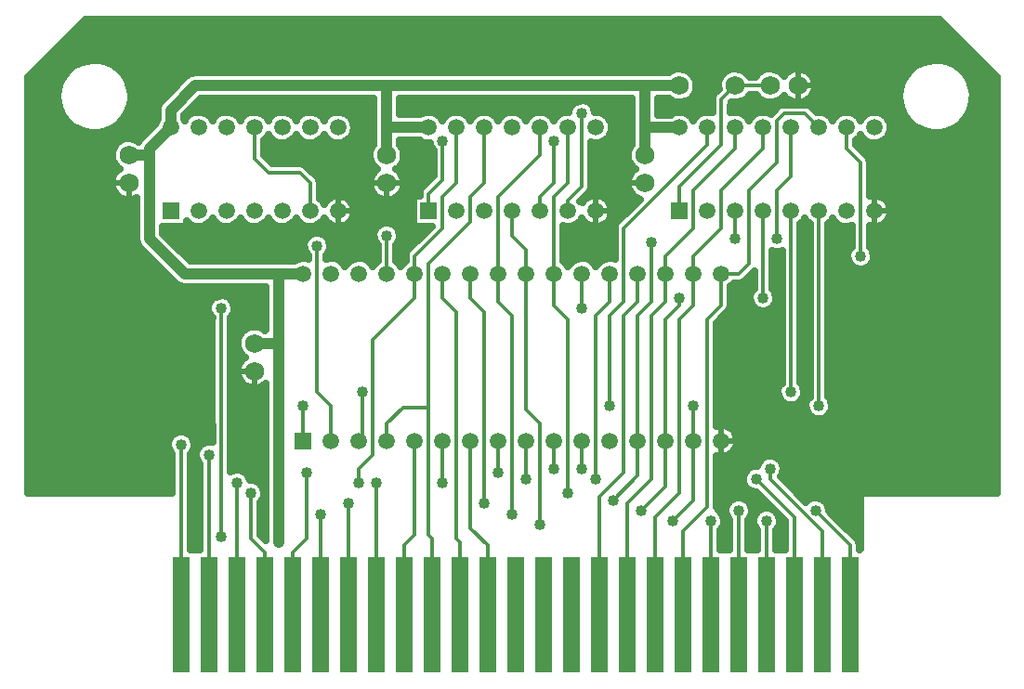
<source format=gbr>
G04 DipTrace 2.4.0.2*
%INTop.gbr*%
%MOIN*%
%ADD13C,0.012*%
%ADD14C,0.04*%
%ADD15C,0.025*%
%ADD16C,0.02*%
%ADD17C,0.068*%
%ADD18R,0.063X0.4134*%
%ADD19R,0.0591X0.0591*%
%ADD20C,0.0591*%
%FSLAX44Y44*%
G04*
G70*
G90*
G75*
G01*
%LNTop*%
%LPD*%
X9812Y12312D2*
D13*
Y6187D1*
X32812D2*
Y9187D1*
X30937Y11062D1*
Y11437D1*
X24187D2*
Y12437D1*
X23187D2*
Y11437D1*
X10812Y11937D2*
Y6187D1*
X22187Y12437D2*
Y11062D1*
X32562Y9937D2*
X33812Y8687D1*
Y6187D1*
X21187Y12437D2*
Y11312D1*
X14312D2*
Y8937D1*
X13812Y8437D1*
Y6187D1*
X20812D2*
Y8687D1*
X20187Y9312D1*
Y12437D1*
X19187D2*
Y10937D1*
X16812D2*
Y6187D1*
X17812D2*
Y8687D1*
X18187Y9062D1*
Y12437D1*
X19812Y6187D2*
Y8812D1*
X19687Y8937D1*
Y17062D1*
X19187Y17562D1*
Y18437D1*
X15812Y6187D2*
Y10187D1*
X20687D2*
Y17062D1*
X20187Y17562D1*
Y18437D1*
X12812Y6187D2*
Y8437D1*
X12312Y8937D1*
Y10562D1*
X23687D2*
Y16812D1*
X23187Y17312D1*
Y18437D1*
Y21187D1*
X23687Y21687D1*
Y23687D1*
X14812Y6187D2*
Y9812D1*
X21687D2*
Y16937D1*
X21187Y17437D1*
Y18437D1*
Y21187D1*
X22687Y22687D1*
Y23687D1*
X18812Y6187D2*
Y8937D1*
X18687Y9062D1*
Y13647D1*
Y18812D1*
X20187Y20312D1*
Y21187D1*
X20687Y21687D1*
Y23687D1*
X18687Y13647D2*
X17772D1*
X17187Y13062D1*
Y12437D1*
X11812Y6187D2*
Y10937D1*
X16187D2*
Y11437D1*
X16687Y11937D1*
Y16062D1*
X18187Y17562D1*
Y18437D1*
Y19062D1*
X19187Y20062D1*
Y21187D1*
X19687Y21687D1*
Y23687D1*
X17187Y19812D2*
Y18437D1*
X31687Y20687D2*
Y14187D1*
X16312D2*
Y12562D1*
X16187Y12437D1*
X14687Y19437D2*
Y14187D1*
X15187Y13687D1*
Y12437D1*
X34187Y19062D2*
Y22437D1*
X33687Y22937D1*
Y23687D1*
X31187Y19687D2*
Y21437D1*
X31687Y21937D1*
Y23687D1*
X28687D2*
Y23062D1*
X25687Y20062D1*
Y17437D1*
X25187Y16937D1*
Y13687D1*
X14187D2*
Y12437D1*
X26187D2*
Y11187D1*
X25312Y10312D1*
X30812Y9562D2*
Y6187D1*
X26187Y12437D2*
Y16937D1*
X26687Y17437D1*
Y19562D1*
X29687Y19687D2*
Y20687D1*
X27187Y12437D2*
Y10812D1*
X26312Y9937D1*
X29812D2*
Y6187D1*
X27187Y12437D2*
Y16812D1*
X27687Y17312D1*
Y17562D1*
X30687D2*
Y20687D1*
X28187Y12437D2*
Y13687D1*
X32687D2*
Y20687D1*
X28187Y12437D2*
Y10312D1*
X27437Y9562D1*
X28812D2*
Y6187D1*
X27812D2*
Y9187D1*
X28687Y10062D1*
Y16812D1*
X29187Y17312D1*
Y18437D1*
X29812D1*
X30187Y18812D1*
Y21437D1*
X31187Y22437D1*
Y23937D1*
X31437Y24187D1*
X32187D1*
X32687Y23687D1*
X26812Y6187D2*
Y9687D1*
X27687Y10562D1*
Y16812D1*
X28187Y17312D1*
Y18437D1*
Y19062D1*
X29187Y20062D1*
Y21437D1*
X30687Y22937D1*
Y23687D1*
X25812Y6187D2*
Y10187D1*
X26687Y11062D1*
Y16937D1*
X27187Y17437D1*
Y18437D1*
Y19062D1*
X28187Y20062D1*
Y21437D1*
X29687Y22937D1*
Y23687D1*
X24812Y6187D2*
Y10437D1*
X25687Y11312D1*
Y16937D1*
X26187Y17437D1*
Y18437D1*
X31812Y6187D2*
Y9687D1*
X30437Y11062D1*
X24687D2*
Y16937D1*
X25187Y17437D1*
Y18437D1*
X27687Y20687D2*
Y21562D1*
X29187Y23062D1*
Y24687D1*
X29687Y25187D1*
X30936D1*
X30937Y25188D1*
X13312Y8812D2*
D14*
Y15937D1*
X12438D1*
X13312D2*
Y18437D1*
X14187D1*
X13312D2*
X9937D1*
X8687Y19687D1*
Y22687D1*
X7937D1*
X8687D2*
Y22937D1*
X9437Y23687D1*
Y24312D1*
X10312Y25187D1*
X17187D1*
Y23692D1*
Y22687D1*
Y23692D2*
X18682D1*
X18687Y23687D1*
X17187Y25187D2*
X26437D1*
X27687D1*
X26437D2*
X26438Y23681D1*
Y22687D1*
Y23681D2*
X27681D1*
X27687Y23687D1*
X13312Y9562D2*
D13*
Y8812D1*
X14437Y20687D2*
Y21687D1*
X14062Y22062D1*
X12937D1*
X12437Y22562D1*
Y23687D1*
X18687Y20687D2*
Y21312D1*
X19187Y21812D1*
Y23187D1*
X23687Y20687D2*
Y21062D1*
X24187Y21562D1*
Y24187D1*
X23187Y23187D2*
Y21687D1*
X22687Y21187D1*
Y20687D1*
X11250Y9000D2*
Y17187D1*
X24187Y18437D2*
Y17187D1*
X22187Y18437D2*
Y19312D1*
X21687Y19812D1*
Y20687D1*
X22187Y18437D2*
Y13562D1*
X22687Y13062D1*
Y9437D1*
X21687Y20687D2*
D3*
D14*
X9812Y12312D3*
X30937Y11437D3*
X24187D3*
X23187D3*
X10812Y11937D3*
X22187Y11062D3*
X32562Y9937D3*
X21187Y11312D3*
X14312D3*
X19187Y10937D3*
X16812D3*
X15812Y10187D3*
X20687D3*
X12312Y10562D3*
X23687D3*
X14812Y9812D3*
X21687D3*
X11812Y10937D3*
X16187D3*
X17187Y19812D3*
X31687Y14187D3*
X16312D3*
X14687Y19437D3*
X34187Y19062D3*
X31187Y19687D3*
X25187Y13687D3*
X14187D3*
X25312Y10312D3*
X30812Y9562D3*
X26687Y19562D3*
X29687Y19687D3*
X26312Y9937D3*
X29812D3*
X27687Y17562D3*
X30687D3*
X28187Y13687D3*
X32687D3*
X27437Y9562D3*
X28812D3*
X30437Y11062D3*
X24687D3*
X13312Y8812D3*
D3*
X19187Y23187D3*
X24187Y24187D3*
X23187Y23187D3*
X11250Y9000D3*
Y17187D3*
X24187D3*
X11250D3*
X22687Y9437D3*
X15937Y26937D3*
X19937D3*
X11937D3*
X5937Y13937D3*
Y16937D3*
X8937Y13937D3*
Y16937D3*
X37812Y17437D3*
X35312D3*
X37812Y13187D3*
X35312D3*
X23937Y26937D3*
X27937D3*
X31937D3*
X13312Y9562D3*
X6140Y27313D2*
D15*
X37234D1*
X5890Y27065D2*
X37484D1*
X5644Y26816D2*
X37730D1*
X5394Y26567D2*
X37980D1*
X5144Y26319D2*
X38230D1*
X4898Y26070D2*
X6344D1*
X7042D2*
X36543D1*
X37237D2*
X38476D1*
X4648Y25821D2*
X5848D1*
X7538D2*
X36043D1*
X37733D2*
X38726D1*
X4398Y25573D2*
X5609D1*
X7776D2*
X10027D1*
X28179D2*
X29195D1*
X30179D2*
X30445D1*
X32429D2*
X35808D1*
X37972D2*
X38976D1*
X4337Y25324D2*
X5469D1*
X7917D2*
X9766D1*
X28300D2*
X29074D1*
X32550D2*
X35664D1*
X38112D2*
X39039D1*
X4337Y25075D2*
X5391D1*
X7995D2*
X9519D1*
X28308D2*
X29066D1*
X32558D2*
X35586D1*
X38194D2*
X39039D1*
X4337Y24826D2*
X5359D1*
X8026D2*
X9269D1*
X28198D2*
X28867D1*
X30198D2*
X30426D1*
X32448D2*
X35558D1*
X38222D2*
X39039D1*
X4337Y24578D2*
X5379D1*
X8007D2*
X9031D1*
X10386D2*
X16699D1*
X17675D2*
X23910D1*
X24464D2*
X25949D1*
X26929D2*
X28836D1*
X29562D2*
X35578D1*
X38202D2*
X39039D1*
X4337Y24329D2*
X5449D1*
X7937D2*
X8949D1*
X10136D2*
X16699D1*
X17675D2*
X23719D1*
X24655D2*
X25949D1*
X26929D2*
X28836D1*
X29538D2*
X31094D1*
X32530D2*
X35648D1*
X38132D2*
X39039D1*
X4337Y24080D2*
X5578D1*
X7808D2*
X8949D1*
X10862D2*
X11012D1*
X11862D2*
X12012D1*
X12862D2*
X13012D1*
X13862D2*
X14012D1*
X14862D2*
X15012D1*
X15862D2*
X16699D1*
X19112D2*
X19262D1*
X20112D2*
X20262D1*
X21112D2*
X21262D1*
X22112D2*
X22262D1*
X23112D2*
X23262D1*
X25112D2*
X25949D1*
X28112D2*
X28262D1*
X30112D2*
X30262D1*
X33112D2*
X33262D1*
X34112D2*
X34262D1*
X35112D2*
X35777D1*
X38003D2*
X39039D1*
X4337Y23832D2*
X5793D1*
X7593D2*
X8871D1*
X16003D2*
X16699D1*
X25253D2*
X25949D1*
X35253D2*
X35988D1*
X37788D2*
X39039D1*
X4337Y23583D2*
X6199D1*
X7187D2*
X8652D1*
X16011D2*
X16699D1*
X25261D2*
X25949D1*
X35261D2*
X36394D1*
X37386D2*
X39039D1*
X4337Y23334D2*
X8402D1*
X15898D2*
X16699D1*
X25148D2*
X25949D1*
X35148D2*
X39039D1*
X4337Y23086D2*
X7457D1*
X12788D2*
X16699D1*
X17675D2*
X18707D1*
X24538D2*
X25949D1*
X34038D2*
X39039D1*
X4337Y22837D2*
X7328D1*
X12788D2*
X16578D1*
X17796D2*
X18836D1*
X24538D2*
X25828D1*
X34273D2*
X39039D1*
X4337Y22588D2*
X7316D1*
X12894D2*
X16566D1*
X17808D2*
X18836D1*
X24538D2*
X25816D1*
X34499D2*
X39039D1*
X4337Y22340D2*
X7418D1*
X14257D2*
X16668D1*
X17706D2*
X18836D1*
X24538D2*
X25918D1*
X34538D2*
X39039D1*
X4337Y22091D2*
X7461D1*
X14519D2*
X16711D1*
X17663D2*
X18836D1*
X24538D2*
X25961D1*
X34538D2*
X39039D1*
X4337Y21842D2*
X7328D1*
X14749D2*
X16578D1*
X17796D2*
X18734D1*
X24538D2*
X25828D1*
X34538D2*
X39039D1*
X4337Y21594D2*
X7312D1*
X14788D2*
X16562D1*
X17808D2*
X18484D1*
X24538D2*
X25816D1*
X34538D2*
X39039D1*
X4337Y21345D2*
X7414D1*
X14788D2*
X16664D1*
X17710D2*
X18340D1*
X24452D2*
X25914D1*
X34538D2*
X39039D1*
X4337Y21096D2*
X7781D1*
X14843D2*
X15033D1*
X15843D2*
X17031D1*
X17339D2*
X18101D1*
X25093D2*
X26238D1*
X35093D2*
X39039D1*
X4337Y20847D2*
X8199D1*
X15999D2*
X18101D1*
X25249D2*
X25988D1*
X35249D2*
X39039D1*
X4337Y20599D2*
X8199D1*
X16015D2*
X18101D1*
X25265D2*
X25738D1*
X35265D2*
X39039D1*
X4337Y20350D2*
X8199D1*
X15909D2*
X18101D1*
X25159D2*
X25492D1*
X35159D2*
X39039D1*
X4337Y20101D2*
X8199D1*
X9175D2*
X16797D1*
X17577D2*
X18742D1*
X23538D2*
X25340D1*
X32038D2*
X32336D1*
X33038D2*
X33836D1*
X34538D2*
X39039D1*
X4337Y19853D2*
X8199D1*
X9202D2*
X14453D1*
X14921D2*
X16699D1*
X17675D2*
X18492D1*
X23538D2*
X25336D1*
X32038D2*
X32336D1*
X33038D2*
X33836D1*
X34538D2*
X39039D1*
X4337Y19604D2*
X8203D1*
X9452D2*
X14226D1*
X15148D2*
X16746D1*
X17628D2*
X18246D1*
X23538D2*
X25336D1*
X32038D2*
X32336D1*
X33038D2*
X33836D1*
X34538D2*
X39039D1*
X4337Y19355D2*
X8336D1*
X9702D2*
X14203D1*
X15171D2*
X16836D1*
X17538D2*
X17996D1*
X23538D2*
X25336D1*
X32038D2*
X32336D1*
X33038D2*
X33801D1*
X34573D2*
X39039D1*
X4337Y19107D2*
X8586D1*
X9948D2*
X14336D1*
X15038D2*
X16836D1*
X17538D2*
X17840D1*
X23538D2*
X25336D1*
X31038D2*
X31336D1*
X32038D2*
X32336D1*
X33038D2*
X33699D1*
X34675D2*
X39039D1*
X4337Y18858D2*
X8832D1*
X15581D2*
X15793D1*
X16581D2*
X16793D1*
X17581D2*
X17793D1*
X23581D2*
X23793D1*
X24581D2*
X24793D1*
X31038D2*
X31336D1*
X32038D2*
X32336D1*
X33038D2*
X33746D1*
X34628D2*
X39039D1*
X4337Y18609D2*
X9082D1*
X31038D2*
X31336D1*
X32038D2*
X32336D1*
X33038D2*
X34058D1*
X34319D2*
X39039D1*
X4337Y18361D2*
X9332D1*
X31038D2*
X31336D1*
X32038D2*
X32336D1*
X33038D2*
X39039D1*
X4337Y18112D2*
X9578D1*
X29667D2*
X30336D1*
X31038D2*
X31336D1*
X32038D2*
X32336D1*
X33038D2*
X39039D1*
X4337Y17863D2*
X12824D1*
X29538D2*
X30308D1*
X31066D2*
X31336D1*
X32038D2*
X32336D1*
X33038D2*
X39039D1*
X4337Y17615D2*
X11043D1*
X11456D2*
X12824D1*
X29538D2*
X30199D1*
X31175D2*
X31336D1*
X32038D2*
X32336D1*
X33038D2*
X39039D1*
X4337Y17366D2*
X10797D1*
X11702D2*
X12824D1*
X29538D2*
X30242D1*
X31132D2*
X31336D1*
X32038D2*
X32336D1*
X33038D2*
X39039D1*
X4337Y17117D2*
X10766D1*
X11733D2*
X12824D1*
X29472D2*
X30527D1*
X30847D2*
X31336D1*
X32038D2*
X32336D1*
X33038D2*
X39039D1*
X4337Y16868D2*
X10887D1*
X11612D2*
X12824D1*
X29230D2*
X31336D1*
X32038D2*
X32336D1*
X33038D2*
X39039D1*
X4337Y16620D2*
X10898D1*
X11601D2*
X12824D1*
X29038D2*
X31336D1*
X32038D2*
X32336D1*
X33038D2*
X39039D1*
X4337Y16371D2*
X10898D1*
X11601D2*
X11992D1*
X29038D2*
X31336D1*
X32038D2*
X32336D1*
X33038D2*
X39039D1*
X4337Y16122D2*
X10898D1*
X11601D2*
X11836D1*
X29038D2*
X31336D1*
X32038D2*
X32336D1*
X33038D2*
X39039D1*
X4337Y15874D2*
X10898D1*
X11601D2*
X11812D1*
X29038D2*
X31336D1*
X32038D2*
X32336D1*
X33038D2*
X39039D1*
X4337Y15625D2*
X10898D1*
X11601D2*
X11894D1*
X29038D2*
X31336D1*
X32038D2*
X32336D1*
X33038D2*
X39039D1*
X4337Y15376D2*
X10898D1*
X11601D2*
X11996D1*
X29038D2*
X31336D1*
X32038D2*
X32336D1*
X33038D2*
X39039D1*
X4337Y15128D2*
X10898D1*
X11601D2*
X11840D1*
X29038D2*
X31336D1*
X32038D2*
X32336D1*
X33038D2*
X39039D1*
X4337Y14879D2*
X10898D1*
X11601D2*
X11808D1*
X29038D2*
X31336D1*
X32038D2*
X32336D1*
X33038D2*
X39039D1*
X4337Y14630D2*
X10898D1*
X11601D2*
X11891D1*
X29038D2*
X31336D1*
X32038D2*
X32336D1*
X33038D2*
X39039D1*
X4337Y14382D2*
X10898D1*
X11601D2*
X12172D1*
X29038D2*
X31238D1*
X32136D2*
X32336D1*
X33038D2*
X39039D1*
X4337Y14133D2*
X10898D1*
X11601D2*
X12824D1*
X29038D2*
X31199D1*
X32175D2*
X32336D1*
X33038D2*
X39039D1*
X4337Y13884D2*
X10898D1*
X11601D2*
X12824D1*
X29038D2*
X31308D1*
X32066D2*
X32242D1*
X33132D2*
X39039D1*
X4337Y13635D2*
X10898D1*
X11601D2*
X12824D1*
X29038D2*
X32199D1*
X33175D2*
X39039D1*
X4337Y13387D2*
X10898D1*
X11601D2*
X12824D1*
X29038D2*
X32308D1*
X33066D2*
X39039D1*
X4337Y13138D2*
X10898D1*
X11601D2*
X12824D1*
X29038D2*
X39039D1*
X4337Y12889D2*
X10898D1*
X11601D2*
X12824D1*
X29542D2*
X39039D1*
X4337Y12641D2*
X9457D1*
X10167D2*
X10898D1*
X11601D2*
X12824D1*
X29733D2*
X39039D1*
X4337Y12392D2*
X9328D1*
X10296D2*
X10691D1*
X11601D2*
X12824D1*
X29769D2*
X39039D1*
X4337Y12143D2*
X9355D1*
X11601D2*
X12824D1*
X29691D2*
X39039D1*
X4337Y11895D2*
X9461D1*
X10163D2*
X10324D1*
X11601D2*
X12824D1*
X29351D2*
X30832D1*
X31045D2*
X39039D1*
X4337Y11646D2*
X9461D1*
X10163D2*
X10426D1*
X11601D2*
X12824D1*
X29038D2*
X30496D1*
X31378D2*
X39039D1*
X4337Y11397D2*
X9461D1*
X10163D2*
X10461D1*
X11900D2*
X12824D1*
X29038D2*
X30090D1*
X31425D2*
X39039D1*
X4337Y11149D2*
X9461D1*
X10163D2*
X10461D1*
X12249D2*
X12824D1*
X29038D2*
X29957D1*
X31335D2*
X39039D1*
X4337Y10900D2*
X9461D1*
X10163D2*
X10461D1*
X12655D2*
X12824D1*
X29038D2*
X29976D1*
X31585D2*
X39039D1*
X4337Y10651D2*
X9461D1*
X10163D2*
X10461D1*
X29038D2*
X30195D1*
X31831D2*
X39039D1*
X10163Y10403D2*
X10461D1*
X29038D2*
X30613D1*
X32081D2*
X34164D1*
X10163Y10154D2*
X10461D1*
X12663D2*
X12824D1*
X29038D2*
X29375D1*
X30249D2*
X30859D1*
X32999D2*
X34164D1*
X10163Y9905D2*
X10461D1*
X12663D2*
X12824D1*
X29151D2*
X29324D1*
X30300D2*
X30473D1*
X33077D2*
X34164D1*
X10163Y9656D2*
X10461D1*
X12663D2*
X12824D1*
X29292D2*
X29418D1*
X30206D2*
X30332D1*
X33327D2*
X34164D1*
X10163Y9408D2*
X10461D1*
X12663D2*
X12824D1*
X29276D2*
X29461D1*
X30163D2*
X30348D1*
X31276D2*
X31461D1*
X33577D2*
X34164D1*
X10163Y9159D2*
X10461D1*
X12663D2*
X12824D1*
X29163D2*
X29461D1*
X30163D2*
X30461D1*
X31163D2*
X31461D1*
X33823D2*
X34164D1*
X10163Y8910D2*
X10461D1*
X29163D2*
X29461D1*
X30163D2*
X30461D1*
X31163D2*
X31461D1*
X10163Y8662D2*
X10461D1*
X29163D2*
X29461D1*
X30163D2*
X30461D1*
X31163D2*
X31461D1*
X26271Y21105D2*
X26149Y21155D1*
X26046Y21225D1*
X25960Y21315D1*
X25894Y21421D1*
X25851Y21538D1*
X25833Y21662D1*
X25840Y21786D1*
X25873Y21906D1*
X25930Y22017D1*
X26009Y22114D1*
X26097Y22187D1*
X26047Y22225D1*
X25961Y22315D1*
X25895Y22421D1*
X25851Y22538D1*
X25833Y22662D1*
X25841Y22786D1*
X25874Y22906D1*
X25931Y23017D1*
X25973Y23069D1*
X25972Y24724D1*
X22562Y24722D1*
X17652D1*
Y24160D1*
X18378Y24157D1*
X18549Y24230D1*
X18672Y24247D1*
X18796Y24236D1*
X18915Y24199D1*
X19023Y24135D1*
X19114Y24050D1*
X19188Y23936D1*
X19242Y24027D1*
X19328Y24117D1*
X19432Y24186D1*
X19549Y24230D1*
X19672Y24247D1*
X19796Y24236D1*
X19915Y24199D1*
X20023Y24135D1*
X20114Y24050D1*
X20188Y23936D1*
X20242Y24027D1*
X20328Y24117D1*
X20432Y24186D1*
X20549Y24230D1*
X20672Y24247D1*
X20796Y24236D1*
X20915Y24199D1*
X21023Y24135D1*
X21114Y24050D1*
X21188Y23936D1*
X21242Y24027D1*
X21328Y24117D1*
X21432Y24186D1*
X21549Y24230D1*
X21672Y24247D1*
X21796Y24236D1*
X21915Y24199D1*
X22023Y24135D1*
X22114Y24050D1*
X22188Y23936D1*
X22242Y24027D1*
X22328Y24117D1*
X22432Y24186D1*
X22549Y24230D1*
X22672Y24247D1*
X22796Y24236D1*
X22915Y24199D1*
X23023Y24135D1*
X23114Y24050D1*
X23188Y23936D1*
X23242Y24027D1*
X23328Y24117D1*
X23432Y24186D1*
X23549Y24230D1*
X23672Y24247D1*
X23723Y24243D1*
X23751Y24348D1*
X23809Y24458D1*
X23895Y24549D1*
X24001Y24613D1*
X24121Y24647D1*
X24246Y24648D1*
X24366Y24616D1*
X24474Y24553D1*
X24561Y24464D1*
X24621Y24354D1*
X24647Y24244D1*
X24796Y24236D1*
X24915Y24199D1*
X25023Y24135D1*
X25114Y24050D1*
X25183Y23947D1*
X25229Y23830D1*
X25247Y23687D1*
X25233Y23563D1*
X25192Y23445D1*
X25126Y23339D1*
X25038Y23251D1*
X24933Y23184D1*
X24816Y23142D1*
X24692Y23127D1*
X24568Y23140D1*
X24512Y23158D1*
Y21562D1*
X24488Y21440D1*
X24417Y21332D1*
X24121Y21037D1*
X24213Y20986D1*
X24291Y21083D1*
X24388Y21161D1*
X24501Y21215D1*
X24622Y21243D1*
X24747Y21244D1*
X24869Y21217D1*
X24982Y21164D1*
X25080Y21087D1*
X25158Y20990D1*
X25214Y20878D1*
X25243Y20757D1*
X25245Y20637D1*
X25220Y20515D1*
X25169Y20401D1*
X25094Y20302D1*
X24998Y20221D1*
X24887Y20164D1*
X24767Y20133D1*
X24642Y20129D1*
X24520Y20152D1*
X24405Y20203D1*
X24305Y20277D1*
X24224Y20372D1*
X24187Y20434D1*
X24126Y20339D1*
X24038Y20251D1*
X23933Y20184D1*
X23816Y20142D1*
X23692Y20127D1*
X23568Y20140D1*
X23512Y20158D1*
Y18894D1*
X23614Y18800D1*
X23688Y18686D1*
X23742Y18777D1*
X23828Y18867D1*
X23932Y18936D1*
X24049Y18980D1*
X24172Y18997D1*
X24296Y18986D1*
X24415Y18949D1*
X24523Y18885D1*
X24614Y18800D1*
X24688Y18686D1*
X24742Y18777D1*
X24828Y18867D1*
X24932Y18936D1*
X25049Y18980D1*
X25172Y18997D1*
X25296Y18986D1*
X25360Y18966D1*
X25362Y20062D1*
X25386Y20184D1*
X25457Y20292D1*
X26272Y21107D1*
X12847Y14493D2*
X12747Y14417D1*
X12634Y14365D1*
X12512Y14337D1*
X12387Y14334D1*
X12265Y14357D1*
X12149Y14405D1*
X12046Y14475D1*
X11960Y14565D1*
X11894Y14671D1*
X11851Y14788D1*
X11833Y14912D1*
X11840Y15036D1*
X11873Y15156D1*
X11930Y15267D1*
X12009Y15364D1*
X12097Y15437D1*
X12047Y15475D1*
X11961Y15565D1*
X11895Y15671D1*
X11851Y15788D1*
X11833Y15912D1*
X11841Y16036D1*
X11874Y16156D1*
X11931Y16267D1*
X12010Y16364D1*
X12106Y16443D1*
X12217Y16500D1*
X12338Y16534D1*
X12462Y16541D1*
X12586Y16524D1*
X12703Y16481D1*
X12823Y16401D1*
X12847Y16437D1*
Y17972D1*
X9937D1*
X9814Y17989D1*
X9699Y18038D1*
X9608Y18108D1*
X8358Y19358D1*
X8283Y19457D1*
X8236Y19573D1*
X8222Y19687D1*
Y21152D1*
X8085Y21101D1*
X7961Y21083D1*
X7837Y21090D1*
X7717Y21123D1*
X7606Y21180D1*
X7509Y21259D1*
X7430Y21356D1*
X7373Y21467D1*
X7340Y21587D1*
X7332Y21712D1*
X7350Y21835D1*
X7392Y21952D1*
X7458Y22058D1*
X7545Y22148D1*
X7596Y22187D1*
X7546Y22225D1*
X7460Y22315D1*
X7394Y22421D1*
X7351Y22538D1*
X7333Y22662D1*
X7340Y22786D1*
X7373Y22906D1*
X7430Y23017D1*
X7509Y23114D1*
X7606Y23193D1*
X7716Y23250D1*
X7837Y23284D1*
X7961Y23291D1*
X8085Y23274D1*
X8202Y23231D1*
X8291Y23175D1*
X8358Y23266D1*
X8889Y23801D1*
X8927Y23920D1*
X8974Y23997D1*
X8972Y24312D1*
X8989Y24436D1*
X9038Y24550D1*
X9108Y24641D1*
X9983Y25516D1*
X10082Y25591D1*
X10198Y25638D1*
X10312Y25652D1*
X27300D1*
X27356Y25693D1*
X27466Y25750D1*
X27587Y25784D1*
X27711Y25791D1*
X27835Y25774D1*
X27952Y25731D1*
X28058Y25665D1*
X28148Y25579D1*
X28219Y25476D1*
X28267Y25361D1*
X28292Y25187D1*
X28279Y25063D1*
X28241Y24944D1*
X28179Y24836D1*
X28097Y24742D1*
X27997Y24667D1*
X27884Y24615D1*
X27762Y24587D1*
X27637Y24584D1*
X27515Y24607D1*
X27399Y24655D1*
X27300Y24723D1*
X26902Y24722D1*
Y24144D1*
X27364Y24146D1*
X27432Y24186D1*
X27549Y24230D1*
X27672Y24247D1*
X27796Y24236D1*
X27915Y24199D1*
X28023Y24135D1*
X28114Y24050D1*
X28188Y23936D1*
X28242Y24027D1*
X28328Y24117D1*
X28432Y24186D1*
X28549Y24230D1*
X28672Y24247D1*
X28796Y24236D1*
X28860Y24216D1*
X28862Y24687D1*
X28886Y24809D1*
X28957Y24917D1*
X29098Y25058D1*
X29083Y25162D1*
X29090Y25286D1*
X29123Y25406D1*
X29180Y25517D1*
X29259Y25614D1*
X29356Y25693D1*
X29466Y25750D1*
X29587Y25784D1*
X29711Y25791D1*
X29835Y25774D1*
X29952Y25731D1*
X30058Y25665D1*
X30148Y25579D1*
X30194Y25511D1*
X30425Y25512D1*
X30509Y25615D1*
X30606Y25694D1*
X30716Y25751D1*
X30837Y25784D1*
X30961Y25792D1*
X31085Y25774D1*
X31202Y25732D1*
X31308Y25666D1*
X31398Y25579D1*
X31436Y25525D1*
X31509Y25614D1*
X31606Y25693D1*
X31716Y25750D1*
X31837Y25784D1*
X31961Y25791D1*
X32085Y25774D1*
X32202Y25731D1*
X32308Y25665D1*
X32398Y25579D1*
X32469Y25476D1*
X32517Y25361D1*
X32540Y25238D1*
X32537Y25112D1*
X32509Y24991D1*
X32457Y24877D1*
X32382Y24777D1*
X32289Y24695D1*
X32180Y24633D1*
X32061Y24595D1*
X31937Y24582D1*
X31813Y24595D1*
X31694Y24633D1*
X31586Y24694D1*
X31492Y24777D1*
X31437Y24847D1*
X31347Y24743D1*
X31247Y24668D1*
X31134Y24616D1*
X31012Y24588D1*
X30887Y24585D1*
X30765Y24608D1*
X30649Y24656D1*
X30546Y24726D1*
X30460Y24816D1*
X30429Y24866D1*
X30198Y24862D1*
X30097Y24742D1*
X29997Y24667D1*
X29884Y24615D1*
X29762Y24587D1*
X29637Y24584D1*
X29557Y24599D1*
X29512Y24437D1*
Y24222D1*
X29672Y24247D1*
X29796Y24236D1*
X29915Y24199D1*
X30023Y24135D1*
X30114Y24050D1*
X30188Y23936D1*
X30242Y24027D1*
X30328Y24117D1*
X30432Y24186D1*
X30549Y24230D1*
X30672Y24247D1*
X30796Y24236D1*
X30915Y24199D1*
X30959Y24173D1*
X31207Y24417D1*
X31310Y24486D1*
X31437Y24512D1*
X32187D1*
X32309Y24488D1*
X32417Y24417D1*
X32596Y24237D1*
X32672Y24247D1*
X32796Y24236D1*
X32915Y24199D1*
X33023Y24135D1*
X33114Y24050D1*
X33188Y23936D1*
X33242Y24027D1*
X33328Y24117D1*
X33432Y24186D1*
X33549Y24230D1*
X33672Y24247D1*
X33796Y24236D1*
X33915Y24199D1*
X34023Y24135D1*
X34114Y24050D1*
X34188Y23936D1*
X34242Y24027D1*
X34328Y24117D1*
X34432Y24186D1*
X34549Y24230D1*
X34672Y24247D1*
X34796Y24236D1*
X34915Y24199D1*
X35023Y24135D1*
X35114Y24050D1*
X35183Y23947D1*
X35229Y23830D1*
X35247Y23687D1*
X35233Y23563D1*
X35192Y23445D1*
X35126Y23339D1*
X35038Y23251D1*
X34933Y23184D1*
X34816Y23142D1*
X34692Y23127D1*
X34568Y23140D1*
X34450Y23180D1*
X34343Y23245D1*
X34254Y23332D1*
X34188Y23433D1*
X34126Y23339D1*
X34009Y23232D1*
X34012Y23074D1*
X34417Y22667D1*
X34486Y22564D1*
X34512Y22437D1*
Y21222D1*
X34647Y21246D1*
X34772Y21241D1*
X34892Y21208D1*
X35003Y21150D1*
X35097Y21069D1*
X35171Y20968D1*
X35222Y20854D1*
X35245Y20732D1*
X35242Y20612D1*
X35212Y20491D1*
X35156Y20380D1*
X35076Y20284D1*
X34977Y20208D1*
X34864Y20155D1*
X34742Y20130D1*
X34617Y20131D1*
X34511Y20155D1*
X34512Y19394D1*
X34561Y19339D1*
X34621Y19229D1*
X34652Y19062D1*
X34635Y18939D1*
X34586Y18824D1*
X34509Y18726D1*
X34408Y18653D1*
X34291Y18609D1*
X34167Y18598D1*
X34045Y18619D1*
X33932Y18673D1*
X33838Y18755D1*
X33769Y18859D1*
X33730Y18977D1*
X33724Y19101D1*
X33751Y19223D1*
X33809Y19333D1*
X33860Y19387D1*
X33862Y20152D1*
X33692Y20127D1*
X33568Y20140D1*
X33450Y20180D1*
X33343Y20245D1*
X33254Y20332D1*
X33188Y20433D1*
X33126Y20339D1*
X33009Y20232D1*
X33012Y19437D1*
Y14019D1*
X33061Y13964D1*
X33121Y13854D1*
X33152Y13687D1*
X33135Y13564D1*
X33086Y13449D1*
X33009Y13351D1*
X32908Y13278D1*
X32791Y13234D1*
X32667Y13223D1*
X32545Y13244D1*
X32432Y13298D1*
X32338Y13380D1*
X32269Y13484D1*
X32230Y13602D1*
X32224Y13726D1*
X32251Y13848D1*
X32309Y13958D1*
X32360Y14012D1*
X32362Y16687D1*
Y20230D1*
X32254Y20332D1*
X32188Y20433D1*
X32126Y20339D1*
X32009Y20232D1*
X32012Y19437D1*
Y14519D1*
X32061Y14464D1*
X32121Y14354D1*
X32152Y14187D1*
X32135Y14064D1*
X32086Y13949D1*
X32009Y13851D1*
X31908Y13778D1*
X31791Y13734D1*
X31667Y13723D1*
X31545Y13744D1*
X31432Y13798D1*
X31338Y13880D1*
X31269Y13984D1*
X31230Y14102D1*
X31224Y14226D1*
X31251Y14348D1*
X31309Y14458D1*
X31360Y14512D1*
X31362Y17187D1*
Y19253D1*
X31291Y19234D1*
X31167Y19223D1*
X31045Y19244D1*
X31013Y19260D1*
X31012Y17894D1*
X31061Y17839D1*
X31121Y17729D1*
X31152Y17562D1*
X31135Y17439D1*
X31086Y17324D1*
X31009Y17226D1*
X30908Y17153D1*
X30791Y17109D1*
X30667Y17098D1*
X30545Y17119D1*
X30432Y17173D1*
X30338Y17255D1*
X30269Y17359D1*
X30230Y17477D1*
X30224Y17601D1*
X30251Y17723D1*
X30309Y17833D1*
X30360Y17887D1*
X30362Y18527D1*
X30042Y18207D1*
X29939Y18138D1*
X29812Y18112D1*
X29644D1*
X29538Y18001D1*
X29509Y17982D1*
X29512Y17312D1*
X29488Y17190D1*
X29417Y17082D1*
X29011Y16676D1*
X29012Y12972D1*
X29147Y12996D1*
X29272Y12991D1*
X29392Y12958D1*
X29503Y12900D1*
X29597Y12819D1*
X29671Y12718D1*
X29722Y12604D1*
X29745Y12482D1*
X29742Y12362D1*
X29712Y12241D1*
X29656Y12130D1*
X29576Y12034D1*
X29477Y11958D1*
X29364Y11905D1*
X29242Y11880D1*
X29117Y11881D1*
X29011Y11905D1*
Y10058D1*
X29099Y9928D1*
X29186Y9839D1*
X29246Y9729D1*
X29277Y9562D1*
X29260Y9439D1*
X29212Y9324D1*
X29136Y9229D1*
X29137Y8519D1*
X29392Y8515D1*
X29486Y8519D1*
X29487Y9605D1*
X29394Y9734D1*
X29355Y9852D1*
X29349Y9976D1*
X29376Y10098D1*
X29434Y10208D1*
X29520Y10299D1*
X29626Y10363D1*
X29746Y10397D1*
X29871Y10398D1*
X29991Y10366D1*
X30099Y10303D1*
X30186Y10214D1*
X30246Y10104D1*
X30277Y9937D1*
X30260Y9814D1*
X30211Y9699D1*
X30136Y9604D1*
X30137Y8519D1*
X30392Y8515D1*
X30486Y8519D1*
X30487Y9230D1*
X30394Y9359D1*
X30355Y9477D1*
X30349Y9601D1*
X30376Y9723D1*
X30434Y9833D1*
X30520Y9924D1*
X30626Y9988D1*
X30746Y10022D1*
X30871Y10023D1*
X30991Y9991D1*
X31099Y9928D1*
X31186Y9839D1*
X31246Y9729D1*
X31277Y9562D1*
X31260Y9439D1*
X31211Y9324D1*
X31136Y9229D1*
X31137Y8519D1*
X31392Y8515D1*
X31486Y8519D1*
X31487Y9550D1*
X30442Y10598D1*
X30295Y10619D1*
X30182Y10673D1*
X30088Y10755D1*
X30019Y10859D1*
X29980Y10977D1*
X29974Y11101D1*
X30001Y11223D1*
X30059Y11333D1*
X30145Y11424D1*
X30251Y11488D1*
X30371Y11522D1*
X30476Y11523D1*
X30501Y11598D1*
X30559Y11708D1*
X30645Y11799D1*
X30751Y11863D1*
X30871Y11897D1*
X30996Y11898D1*
X31116Y11866D1*
X31224Y11803D1*
X31311Y11714D1*
X31371Y11604D1*
X31402Y11437D1*
X31385Y11314D1*
X31336Y11199D1*
X31300Y11153D1*
X31697Y10761D1*
X32214Y10245D1*
X32270Y10299D1*
X32376Y10363D1*
X32496Y10397D1*
X32621Y10398D1*
X32741Y10366D1*
X32849Y10303D1*
X32936Y10214D1*
X32996Y10104D1*
X33027Y9937D1*
X33145Y9813D1*
X34042Y8917D1*
X34111Y8814D1*
X34137Y8687D1*
Y8519D1*
X34187Y8562D1*
Y10437D1*
X34248Y10542D1*
X34312Y10562D1*
X39062D1*
Y25511D1*
X37008Y27565D1*
X35562Y27562D1*
X6363D1*
X4309Y25508D1*
X4312Y24062D1*
Y10562D1*
X9487D1*
Y11980D1*
X9394Y12109D1*
X9355Y12227D1*
X9349Y12351D1*
X9376Y12473D1*
X9434Y12583D1*
X9520Y12674D1*
X9627Y12738D1*
X9747Y12772D1*
X9871Y12773D1*
X9992Y12741D1*
X10099Y12678D1*
X10186Y12589D1*
X10246Y12479D1*
X10277Y12312D1*
X10260Y12189D1*
X10212Y12074D1*
X10136Y11979D1*
X10137Y8519D1*
X10392Y8515D1*
X10486Y8519D1*
X10487Y11605D1*
X10394Y11734D1*
X10355Y11852D1*
X10349Y11976D1*
X10376Y12098D1*
X10434Y12208D1*
X10520Y12299D1*
X10627Y12363D1*
X10747Y12397D1*
X10871Y12398D1*
X10928Y12383D1*
X10925Y13750D1*
Y16855D1*
X10831Y16984D1*
X10792Y17102D1*
X10786Y17226D1*
X10813Y17348D1*
X10872Y17458D1*
X10957Y17549D1*
X11064Y17613D1*
X11184Y17647D1*
X11308Y17648D1*
X11429Y17616D1*
X11536Y17553D1*
X11623Y17464D1*
X11683Y17354D1*
X11714Y17187D1*
X11698Y17064D1*
X11649Y16949D1*
X11574Y16854D1*
Y11339D1*
X11747Y11397D1*
X11871Y11398D1*
X11992Y11366D1*
X12099Y11303D1*
X12186Y11214D1*
X12246Y11104D1*
X12265Y11025D1*
X12371Y11023D1*
X12491Y10991D1*
X12599Y10928D1*
X12686Y10839D1*
X12746Y10729D1*
X12777Y10562D1*
X12760Y10439D1*
X12711Y10324D1*
X12636Y10229D1*
X12637Y9074D1*
X12848Y8860D1*
X12847Y14496D1*
X17779Y22563D2*
X17741Y22444D1*
X17679Y22336D1*
X17597Y22242D1*
X17525Y22188D1*
X17613Y22115D1*
X17692Y22019D1*
X17749Y21908D1*
X17783Y21788D1*
X17791Y21662D1*
X17773Y21539D1*
X17730Y21421D1*
X17664Y21316D1*
X17577Y21225D1*
X17474Y21155D1*
X17359Y21107D1*
X17236Y21084D1*
X17112Y21087D1*
X16990Y21115D1*
X16877Y21167D1*
X16777Y21242D1*
X16694Y21335D1*
X16632Y21444D1*
X16594Y21562D1*
X16581Y21687D1*
X16594Y21811D1*
X16632Y21929D1*
X16694Y22038D1*
X16776Y22132D1*
X16846Y22187D1*
X16796Y22225D1*
X16710Y22315D1*
X16644Y22421D1*
X16601Y22538D1*
X16583Y22662D1*
X16590Y22786D1*
X16623Y22906D1*
X16680Y23017D1*
X16722Y23069D1*
Y24719D1*
X15937Y24722D1*
X10503D1*
X9903Y24121D1*
X9902Y23996D1*
X9938Y23936D1*
X9992Y24027D1*
X10078Y24117D1*
X10182Y24186D1*
X10299Y24230D1*
X10422Y24247D1*
X10546Y24236D1*
X10665Y24199D1*
X10773Y24135D1*
X10864Y24050D1*
X10938Y23936D1*
X10992Y24027D1*
X11078Y24117D1*
X11182Y24186D1*
X11299Y24230D1*
X11422Y24247D1*
X11546Y24236D1*
X11665Y24199D1*
X11773Y24135D1*
X11864Y24050D1*
X11938Y23936D1*
X11992Y24027D1*
X12078Y24117D1*
X12182Y24186D1*
X12299Y24230D1*
X12422Y24247D1*
X12546Y24236D1*
X12665Y24199D1*
X12773Y24135D1*
X12864Y24050D1*
X12938Y23936D1*
X12992Y24027D1*
X13078Y24117D1*
X13182Y24186D1*
X13299Y24230D1*
X13422Y24247D1*
X13546Y24236D1*
X13665Y24199D1*
X13773Y24135D1*
X13864Y24050D1*
X13938Y23936D1*
X13992Y24027D1*
X14078Y24117D1*
X14182Y24186D1*
X14299Y24230D1*
X14422Y24247D1*
X14546Y24236D1*
X14665Y24199D1*
X14773Y24135D1*
X14864Y24050D1*
X14938Y23936D1*
X14992Y24027D1*
X15078Y24117D1*
X15182Y24186D1*
X15299Y24230D1*
X15422Y24247D1*
X15546Y24236D1*
X15665Y24199D1*
X15773Y24135D1*
X15864Y24050D1*
X15933Y23947D1*
X15979Y23830D1*
X15997Y23687D1*
X15983Y23563D1*
X15942Y23445D1*
X15876Y23339D1*
X15788Y23251D1*
X15683Y23184D1*
X15566Y23142D1*
X15442Y23127D1*
X15318Y23140D1*
X15200Y23180D1*
X15093Y23245D1*
X15004Y23332D1*
X14938Y23433D1*
X14876Y23339D1*
X14788Y23251D1*
X14683Y23184D1*
X14566Y23142D1*
X14442Y23127D1*
X14318Y23140D1*
X14200Y23180D1*
X14093Y23245D1*
X14004Y23332D1*
X13938Y23433D1*
X13876Y23339D1*
X13788Y23251D1*
X13683Y23184D1*
X13566Y23142D1*
X13442Y23127D1*
X13318Y23140D1*
X13200Y23180D1*
X13093Y23245D1*
X13004Y23332D1*
X12938Y23433D1*
X12876Y23339D1*
X12759Y23232D1*
X12762Y22699D1*
X13073Y22386D1*
X14062Y22387D1*
X14184Y22363D1*
X14292Y22292D1*
X14667Y21917D1*
X14736Y21814D1*
X14762Y21687D1*
Y21144D1*
X14864Y21050D1*
X14938Y20936D1*
X14977Y21007D1*
X15059Y21100D1*
X15160Y21174D1*
X15275Y21223D1*
X15397Y21246D1*
X15522Y21241D1*
X15642Y21208D1*
X15753Y21150D1*
X15847Y21069D1*
X15921Y20968D1*
X15972Y20854D1*
X15995Y20732D1*
X15992Y20612D1*
X15962Y20491D1*
X15906Y20380D1*
X15826Y20284D1*
X15727Y20208D1*
X15614Y20155D1*
X15492Y20130D1*
X15367Y20131D1*
X15246Y20160D1*
X15134Y20216D1*
X15037Y20294D1*
X14960Y20393D1*
X14937Y20434D1*
X14876Y20339D1*
X14788Y20251D1*
X14683Y20184D1*
X14566Y20142D1*
X14442Y20127D1*
X14318Y20140D1*
X14200Y20180D1*
X14093Y20245D1*
X14004Y20332D1*
X13938Y20433D1*
X13876Y20339D1*
X13788Y20251D1*
X13683Y20184D1*
X13566Y20142D1*
X13442Y20127D1*
X13318Y20140D1*
X13200Y20180D1*
X13093Y20245D1*
X13004Y20332D1*
X12938Y20433D1*
X12876Y20339D1*
X12788Y20251D1*
X12683Y20184D1*
X12566Y20142D1*
X12442Y20127D1*
X12318Y20140D1*
X12200Y20180D1*
X12093Y20245D1*
X12004Y20332D1*
X11938Y20433D1*
X11876Y20339D1*
X11788Y20251D1*
X11683Y20184D1*
X11566Y20142D1*
X11442Y20127D1*
X11318Y20140D1*
X11200Y20180D1*
X11093Y20245D1*
X11004Y20332D1*
X10938Y20433D1*
X10876Y20339D1*
X10788Y20251D1*
X10683Y20184D1*
X10566Y20142D1*
X10442Y20127D1*
X10318Y20140D1*
X10200Y20180D1*
X10093Y20245D1*
X9998Y20341D1*
X9997Y20127D1*
X9150D1*
X9152Y19878D1*
X10129Y18903D1*
X13878Y18902D1*
X13932Y18936D1*
X14049Y18980D1*
X14172Y18997D1*
X14296Y18986D1*
X14360Y18966D1*
X14362Y19105D1*
X14269Y19234D1*
X14230Y19352D1*
X14224Y19476D1*
X14251Y19598D1*
X14309Y19708D1*
X14395Y19799D1*
X14501Y19863D1*
X14621Y19897D1*
X14746Y19898D1*
X14866Y19866D1*
X14974Y19803D1*
X15061Y19714D1*
X15121Y19604D1*
X15152Y19437D1*
X15135Y19314D1*
X15086Y19199D1*
X15011Y19104D1*
X15012Y18972D1*
X15172Y18997D1*
X15296Y18986D1*
X15415Y18949D1*
X15523Y18885D1*
X15614Y18800D1*
X15688Y18686D1*
X15742Y18777D1*
X15828Y18867D1*
X15932Y18936D1*
X16049Y18980D1*
X16172Y18997D1*
X16296Y18986D1*
X16415Y18949D1*
X16523Y18885D1*
X16614Y18800D1*
X16688Y18686D1*
X16742Y18777D1*
X16828Y18867D1*
X16864Y18891D1*
X16862Y19480D1*
X16769Y19609D1*
X16730Y19727D1*
X16724Y19851D1*
X16751Y19973D1*
X16809Y20083D1*
X16895Y20174D1*
X17001Y20238D1*
X17121Y20272D1*
X17246Y20273D1*
X17366Y20241D1*
X17474Y20178D1*
X17561Y20089D1*
X17621Y19979D1*
X17652Y19812D1*
X17635Y19689D1*
X17586Y19574D1*
X17511Y19479D1*
X17512Y18894D1*
X17614Y18800D1*
X17688Y18686D1*
X17742Y18777D1*
X17828Y18867D1*
X17864Y18891D1*
X17862Y19062D1*
X17886Y19184D1*
X17957Y19292D1*
X18794Y20129D1*
X18127Y20127D1*
Y21247D1*
X18365D1*
X18362Y21312D1*
X18386Y21434D1*
X18457Y21542D1*
X18863Y21948D1*
X18862Y22855D1*
X18769Y22984D1*
X18729Y23129D1*
X18568Y23140D1*
X18450Y23180D1*
X18373Y23226D1*
X17655Y23227D1*
X17652Y23071D1*
X17719Y22976D1*
X17767Y22861D1*
X17792Y22687D1*
X17779Y22563D1*
X7994Y24678D2*
X7947Y24433D1*
X7854Y24202D1*
X7718Y23992D1*
X7545Y23812D1*
X7342Y23668D1*
X7114Y23565D1*
X6871Y23508D1*
X6622Y23498D1*
X6375Y23535D1*
X6140Y23619D1*
X5925Y23745D1*
X5738Y23911D1*
X5585Y24108D1*
X5473Y24332D1*
X5406Y24572D1*
X5386Y24821D1*
X5413Y25069D1*
X5487Y25307D1*
X5604Y25527D1*
X5762Y25721D1*
X5953Y25881D1*
X6172Y26002D1*
X6409Y26079D1*
X6657Y26110D1*
X6906Y26093D1*
X7147Y26029D1*
X7372Y25920D1*
X7572Y25771D1*
X7740Y25586D1*
X7870Y25373D1*
X7956Y25139D1*
X7997Y24893D1*
X7994Y24678D1*
X38191D2*
X38144Y24433D1*
X38051Y24202D1*
X37915Y23992D1*
X37742Y23812D1*
X37538Y23668D1*
X37311Y23565D1*
X37068Y23508D1*
X36818Y23498D1*
X36572Y23535D1*
X36336Y23619D1*
X36121Y23745D1*
X35934Y23911D1*
X35782Y24108D1*
X35670Y24332D1*
X35603Y24572D1*
X35582Y24821D1*
X35610Y25069D1*
X35683Y25307D1*
X35801Y25527D1*
X35959Y25721D1*
X36150Y25881D1*
X36369Y26002D1*
X36606Y26079D1*
X36854Y26110D1*
X37103Y26093D1*
X37344Y26029D1*
X37569Y25920D1*
X37769Y25771D1*
X37937Y25586D1*
X38066Y25373D1*
X38153Y25139D1*
X38194Y24893D1*
X38191Y24678D1*
X10927Y16857D2*
X10901Y16880D1*
X10831Y16984D1*
X10792Y17102D1*
X10786Y17226D1*
X10813Y17348D1*
X10872Y17458D1*
X10957Y17549D1*
X11064Y17613D1*
X11184Y17647D1*
X11308Y17648D1*
X11429Y17616D1*
X11536Y17553D1*
X11623Y17464D1*
X11683Y17354D1*
X11714Y17187D1*
X11698Y17064D1*
X11649Y16949D1*
X11574Y16854D1*
X25833Y21687D2*
D16*
X26437D1*
X12437Y14937D2*
Y14333D1*
X11833Y14937D2*
X12437D1*
X31937Y25791D2*
Y24583D1*
Y25187D2*
X32541D1*
X17186Y21687D2*
Y21083D1*
X16582Y21687D2*
X17791D1*
X7936D2*
Y21083D1*
X7332Y21687D2*
X7936D1*
X29187Y12997D2*
Y11877D1*
Y12437D2*
X29747D1*
X15437Y21247D2*
Y20127D1*
Y20687D2*
X15997D1*
X34687Y21247D2*
Y20127D1*
Y20687D2*
X35247D1*
X24687Y21247D2*
Y20127D1*
Y20687D2*
X25247D1*
D17*
X26437Y21687D3*
X26438Y22687D3*
X12437Y14937D3*
X12438Y15937D3*
X31937Y25187D3*
X30937Y25188D3*
X17187Y22687D3*
X17186Y21687D3*
X7937Y22687D3*
X7936Y21687D3*
D18*
X33812Y6187D3*
X32812D3*
X31812D3*
X30812D3*
X29812D3*
X28812D3*
X27812D3*
X26812D3*
X25812D3*
X24812D3*
X23812D3*
X22812D3*
X21812D3*
X20812D3*
X19812D3*
X18812D3*
X17812D3*
X16812D3*
X15812D3*
X14812D3*
X13812D3*
X12812D3*
X11812D3*
X10812D3*
X9812D3*
D17*
X27687Y25187D3*
X29687D3*
D19*
X14187Y12437D3*
D20*
X15187D3*
X16187D3*
X17187D3*
X18187D3*
X19187D3*
X20187D3*
X21187D3*
X22187D3*
X23187D3*
X24187D3*
X25187D3*
X26187D3*
X27187D3*
X28187D3*
X29187D3*
Y18437D3*
X28187D3*
X27187D3*
X26187D3*
X25187D3*
X24187D3*
X23187D3*
X22187D3*
X21187D3*
X20187D3*
X19187D3*
X18187D3*
X17187D3*
X16187D3*
X15187D3*
X14187D3*
D19*
X9437Y20687D3*
D20*
X10437D3*
X11437D3*
X12437D3*
X13437D3*
X14437D3*
X15437D3*
Y23687D3*
X14437D3*
X13437D3*
X12437D3*
X11437D3*
X10437D3*
X9437D3*
D19*
X27687Y20687D3*
D20*
X28687D3*
X29687D3*
X30687D3*
X31687D3*
X32687D3*
X33687D3*
X34687D3*
Y23687D3*
X33687D3*
X32687D3*
X31687D3*
X30687D3*
X29687D3*
X28687D3*
X27687D3*
D19*
X18687Y20687D3*
D20*
X19687D3*
X20687D3*
X21687D3*
X22687D3*
X23687D3*
X24687D3*
Y23687D3*
X23687D3*
X22687D3*
X21687D3*
X20687D3*
X19687D3*
X18687D3*
M02*

</source>
